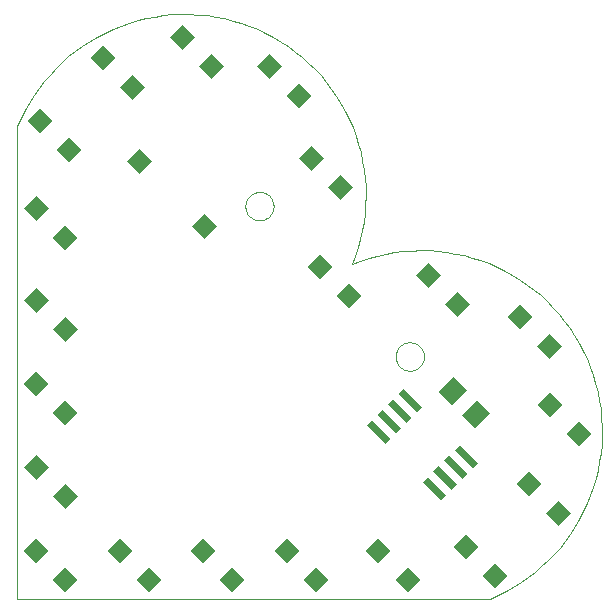
<source format=gbp>
G75*
G70*
%OFA0B0*%
%FSLAX24Y24*%
%IPPOS*%
%LPD*%
%AMOC8*
5,1,8,0,0,1.08239X$1,22.5*
%
%ADD10C,0.0000*%
%ADD11R,0.0591X0.0591*%
%ADD12R,0.0630X0.0709*%
%ADD13R,0.0240X0.0870*%
D10*
X009756Y010038D02*
X025504Y010038D01*
X025771Y010155D01*
X026032Y010285D01*
X026287Y010428D01*
X026534Y010582D01*
X026773Y010749D01*
X027005Y010927D01*
X027227Y011115D01*
X027440Y011315D01*
X027643Y011524D01*
X027835Y011743D01*
X028017Y011971D01*
X028188Y012207D01*
X028347Y012452D01*
X028494Y012704D01*
X028629Y012962D01*
X028751Y013227D01*
X028860Y013498D01*
X028956Y013773D01*
X029038Y014053D01*
X029107Y014336D01*
X029162Y014622D01*
X029203Y014911D01*
X029231Y015201D01*
X029244Y015493D01*
X029243Y015784D01*
X029228Y016076D01*
X029199Y016366D01*
X029156Y016654D01*
X029099Y016940D01*
X029028Y017223D01*
X028944Y017502D01*
X028846Y017777D01*
X028735Y018047D01*
X028611Y018311D01*
X028475Y018568D01*
X028326Y018819D01*
X028166Y019063D01*
X027994Y019298D01*
X027810Y019525D01*
X027616Y019743D01*
X027412Y019951D01*
X027198Y020148D01*
X026974Y020336D01*
X026742Y020512D01*
X026501Y020677D01*
X026253Y020830D01*
X025998Y020971D01*
X025736Y021099D01*
X025468Y021215D01*
X025195Y021317D01*
X024918Y021407D01*
X024636Y021482D01*
X024351Y021544D01*
X024063Y021592D01*
X023774Y021627D01*
X023483Y021647D01*
X023191Y021653D01*
X022900Y021645D01*
X022609Y021623D01*
X022320Y021587D01*
X022032Y021537D01*
X021748Y021473D01*
X021467Y021395D01*
X021190Y021304D01*
X020917Y021200D01*
X017357Y023123D02*
X017359Y023166D01*
X017365Y023208D01*
X017375Y023250D01*
X017388Y023291D01*
X017405Y023331D01*
X017426Y023368D01*
X017450Y023404D01*
X017477Y023437D01*
X017507Y023468D01*
X017540Y023496D01*
X017575Y023521D01*
X017612Y023542D01*
X017651Y023560D01*
X017691Y023574D01*
X017733Y023585D01*
X017775Y023592D01*
X017818Y023595D01*
X017861Y023594D01*
X017904Y023589D01*
X017946Y023580D01*
X017987Y023568D01*
X018027Y023552D01*
X018065Y023532D01*
X018101Y023509D01*
X018135Y023482D01*
X018167Y023453D01*
X018195Y023421D01*
X018221Y023386D01*
X018243Y023350D01*
X018262Y023311D01*
X018277Y023271D01*
X018289Y023230D01*
X018297Y023187D01*
X018301Y023144D01*
X018301Y023102D01*
X018297Y023059D01*
X018289Y023016D01*
X018277Y022975D01*
X018262Y022935D01*
X018243Y022896D01*
X018221Y022860D01*
X018195Y022825D01*
X018167Y022793D01*
X018135Y022764D01*
X018101Y022737D01*
X018065Y022714D01*
X018027Y022694D01*
X017987Y022678D01*
X017946Y022666D01*
X017904Y022657D01*
X017861Y022652D01*
X017818Y022651D01*
X017775Y022654D01*
X017733Y022661D01*
X017691Y022672D01*
X017651Y022686D01*
X017612Y022704D01*
X017575Y022725D01*
X017540Y022750D01*
X017507Y022778D01*
X017477Y022809D01*
X017450Y022842D01*
X017426Y022878D01*
X017405Y022915D01*
X017388Y022955D01*
X017375Y022996D01*
X017365Y023038D01*
X017359Y023080D01*
X017357Y023123D01*
X020918Y021199D02*
X021022Y021472D01*
X021113Y021749D01*
X021191Y022030D01*
X021255Y022314D01*
X021305Y022602D01*
X021341Y022891D01*
X021363Y023182D01*
X021371Y023473D01*
X021365Y023765D01*
X021345Y024056D01*
X021310Y024345D01*
X021262Y024633D01*
X021200Y024918D01*
X021125Y025200D01*
X021035Y025477D01*
X020933Y025750D01*
X020817Y026018D01*
X020689Y026280D01*
X020548Y026535D01*
X020395Y026783D01*
X020230Y027024D01*
X020054Y027256D01*
X019866Y027480D01*
X019669Y027694D01*
X019461Y027898D01*
X019243Y028092D01*
X019016Y028276D01*
X018781Y028448D01*
X018537Y028608D01*
X018286Y028757D01*
X018029Y028893D01*
X017765Y029017D01*
X017495Y029128D01*
X017220Y029226D01*
X016941Y029310D01*
X016658Y029381D01*
X016372Y029438D01*
X016084Y029481D01*
X015794Y029510D01*
X015502Y029525D01*
X015211Y029526D01*
X014919Y029513D01*
X014629Y029485D01*
X014340Y029444D01*
X014054Y029389D01*
X013771Y029320D01*
X013491Y029238D01*
X013216Y029142D01*
X012945Y029033D01*
X012680Y028911D01*
X012422Y028776D01*
X012170Y028629D01*
X011925Y028470D01*
X011689Y028299D01*
X011461Y028117D01*
X011242Y027925D01*
X011033Y027722D01*
X010833Y027509D01*
X010645Y027287D01*
X010467Y027055D01*
X010300Y026816D01*
X010146Y026569D01*
X010003Y026314D01*
X009873Y026053D01*
X009756Y025786D01*
X009756Y010038D01*
X022368Y018112D02*
X022370Y018155D01*
X022376Y018197D01*
X022386Y018239D01*
X022399Y018280D01*
X022416Y018320D01*
X022437Y018357D01*
X022461Y018393D01*
X022488Y018426D01*
X022518Y018457D01*
X022551Y018485D01*
X022586Y018510D01*
X022623Y018531D01*
X022662Y018549D01*
X022702Y018563D01*
X022744Y018574D01*
X022786Y018581D01*
X022829Y018584D01*
X022872Y018583D01*
X022915Y018578D01*
X022957Y018569D01*
X022998Y018557D01*
X023038Y018541D01*
X023076Y018521D01*
X023112Y018498D01*
X023146Y018471D01*
X023178Y018442D01*
X023206Y018410D01*
X023232Y018375D01*
X023254Y018339D01*
X023273Y018300D01*
X023288Y018260D01*
X023300Y018219D01*
X023308Y018176D01*
X023312Y018133D01*
X023312Y018091D01*
X023308Y018048D01*
X023300Y018005D01*
X023288Y017964D01*
X023273Y017924D01*
X023254Y017885D01*
X023232Y017849D01*
X023206Y017814D01*
X023178Y017782D01*
X023146Y017753D01*
X023112Y017726D01*
X023076Y017703D01*
X023038Y017683D01*
X022998Y017667D01*
X022957Y017655D01*
X022915Y017646D01*
X022872Y017641D01*
X022829Y017640D01*
X022786Y017643D01*
X022744Y017650D01*
X022702Y017661D01*
X022662Y017675D01*
X022623Y017693D01*
X022586Y017714D01*
X022551Y017739D01*
X022518Y017767D01*
X022488Y017798D01*
X022461Y017831D01*
X022437Y017867D01*
X022416Y017904D01*
X022399Y017944D01*
X022386Y017985D01*
X022376Y018027D01*
X022370Y018069D01*
X022368Y018112D01*
D11*
G36*
X020405Y020130D02*
X020822Y020547D01*
X021239Y020130D01*
X020822Y019713D01*
X020405Y020130D01*
G37*
G36*
X019431Y021104D02*
X019848Y021521D01*
X020265Y021104D01*
X019848Y020687D01*
X019431Y021104D01*
G37*
G36*
X020127Y023749D02*
X020544Y024166D01*
X020961Y023749D01*
X020544Y023332D01*
X020127Y023749D01*
G37*
G36*
X019152Y024723D02*
X019569Y025140D01*
X019986Y024723D01*
X019569Y024306D01*
X019152Y024723D01*
G37*
G36*
X018735Y026811D02*
X019152Y027228D01*
X019569Y026811D01*
X019152Y026394D01*
X018735Y026811D01*
G37*
G36*
X017760Y027786D02*
X018177Y028203D01*
X018594Y027786D01*
X018177Y027369D01*
X017760Y027786D01*
G37*
G36*
X015812Y027786D02*
X016229Y028203D01*
X016646Y027786D01*
X016229Y027369D01*
X015812Y027786D01*
G37*
G36*
X014837Y028760D02*
X015254Y029177D01*
X015671Y028760D01*
X015254Y028343D01*
X014837Y028760D01*
G37*
G36*
X013167Y027090D02*
X013584Y027507D01*
X014001Y027090D01*
X013584Y026673D01*
X013167Y027090D01*
G37*
G36*
X012193Y028064D02*
X012610Y028481D01*
X013027Y028064D01*
X012610Y027647D01*
X012193Y028064D01*
G37*
G36*
X010105Y025976D02*
X010522Y026393D01*
X010939Y025976D01*
X010522Y025559D01*
X010105Y025976D01*
G37*
G36*
X011079Y025002D02*
X011496Y025419D01*
X011913Y025002D01*
X011496Y024585D01*
X011079Y025002D01*
G37*
G36*
X009966Y023053D02*
X010383Y023470D01*
X010800Y023053D01*
X010383Y022636D01*
X009966Y023053D01*
G37*
G36*
X010940Y022079D02*
X011357Y022496D01*
X011774Y022079D01*
X011357Y021662D01*
X010940Y022079D01*
G37*
G36*
X009966Y019991D02*
X010383Y020408D01*
X010800Y019991D01*
X010383Y019574D01*
X009966Y019991D01*
G37*
G36*
X010940Y019016D02*
X011357Y019433D01*
X011774Y019016D01*
X011357Y018599D01*
X010940Y019016D01*
G37*
G36*
X009966Y017207D02*
X010383Y017624D01*
X010800Y017207D01*
X010383Y016790D01*
X009966Y017207D01*
G37*
G36*
X010940Y016233D02*
X011357Y016650D01*
X011774Y016233D01*
X011357Y015816D01*
X010940Y016233D01*
G37*
G36*
X009966Y014423D02*
X010383Y014840D01*
X010800Y014423D01*
X010383Y014006D01*
X009966Y014423D01*
G37*
G36*
X010940Y013449D02*
X011357Y013866D01*
X011774Y013449D01*
X011357Y013032D01*
X010940Y013449D01*
G37*
G36*
X009966Y011639D02*
X010383Y012056D01*
X010800Y011639D01*
X010383Y011222D01*
X009966Y011639D01*
G37*
G36*
X010940Y010665D02*
X011357Y011082D01*
X011774Y010665D01*
X011357Y010248D01*
X010940Y010665D01*
G37*
G36*
X012749Y011639D02*
X013166Y012056D01*
X013583Y011639D01*
X013166Y011222D01*
X012749Y011639D01*
G37*
G36*
X013724Y010665D02*
X014141Y011082D01*
X014558Y010665D01*
X014141Y010248D01*
X013724Y010665D01*
G37*
G36*
X015533Y011639D02*
X015950Y012056D01*
X016367Y011639D01*
X015950Y011222D01*
X015533Y011639D01*
G37*
G36*
X016508Y010665D02*
X016925Y011082D01*
X017342Y010665D01*
X016925Y010248D01*
X016508Y010665D01*
G37*
G36*
X018317Y011639D02*
X018734Y012056D01*
X019151Y011639D01*
X018734Y011222D01*
X018317Y011639D01*
G37*
G36*
X019292Y010665D02*
X019709Y011082D01*
X020126Y010665D01*
X019709Y010248D01*
X019292Y010665D01*
G37*
G36*
X021380Y011639D02*
X021797Y012056D01*
X022214Y011639D01*
X021797Y011222D01*
X021380Y011639D01*
G37*
G36*
X022354Y010665D02*
X022771Y011082D01*
X023188Y010665D01*
X022771Y010248D01*
X022354Y010665D01*
G37*
G36*
X024303Y011778D02*
X024720Y012195D01*
X025137Y011778D01*
X024720Y011361D01*
X024303Y011778D01*
G37*
G36*
X025277Y010804D02*
X025694Y011221D01*
X026111Y010804D01*
X025694Y010387D01*
X025277Y010804D01*
G37*
G36*
X027365Y012892D02*
X027782Y013309D01*
X028199Y012892D01*
X027782Y012475D01*
X027365Y012892D01*
G37*
G36*
X026391Y013866D02*
X026808Y014283D01*
X027225Y013866D01*
X026808Y013449D01*
X026391Y013866D01*
G37*
G36*
X028061Y015537D02*
X028478Y015954D01*
X028895Y015537D01*
X028478Y015120D01*
X028061Y015537D01*
G37*
G36*
X027086Y016511D02*
X027503Y016928D01*
X027920Y016511D01*
X027503Y016094D01*
X027086Y016511D01*
G37*
G36*
X027087Y018460D02*
X027504Y018877D01*
X027921Y018460D01*
X027504Y018043D01*
X027087Y018460D01*
G37*
G36*
X026112Y019434D02*
X026529Y019851D01*
X026946Y019434D01*
X026529Y019017D01*
X026112Y019434D01*
G37*
G36*
X024024Y019852D02*
X024441Y020269D01*
X024858Y019852D01*
X024441Y019435D01*
X024024Y019852D01*
G37*
G36*
X023050Y020826D02*
X023467Y021243D01*
X023884Y020826D01*
X023467Y020409D01*
X023050Y020826D01*
G37*
G36*
X015992Y022037D02*
X015575Y022454D01*
X015992Y022871D01*
X016409Y022454D01*
X015992Y022037D01*
G37*
G36*
X013821Y024209D02*
X013404Y024626D01*
X013821Y025043D01*
X014238Y024626D01*
X013821Y024209D01*
G37*
D12*
G36*
X024233Y016497D02*
X023787Y016943D01*
X024287Y017443D01*
X024733Y016997D01*
X024233Y016497D01*
G37*
G36*
X025013Y015718D02*
X024567Y016164D01*
X025067Y016664D01*
X025513Y016218D01*
X025013Y015718D01*
G37*
D13*
G36*
X024337Y015000D02*
X024507Y015170D01*
X025121Y014556D01*
X024951Y014386D01*
X024337Y015000D01*
G37*
G36*
X023983Y014647D02*
X024153Y014817D01*
X024767Y014203D01*
X024597Y014033D01*
X023983Y014647D01*
G37*
G36*
X023630Y014293D02*
X023800Y014463D01*
X024414Y013849D01*
X024244Y013679D01*
X023630Y014293D01*
G37*
G36*
X023276Y013940D02*
X023446Y014110D01*
X024060Y013496D01*
X023890Y013326D01*
X023276Y013940D01*
G37*
G36*
X021402Y015814D02*
X021572Y015984D01*
X022186Y015370D01*
X022016Y015200D01*
X021402Y015814D01*
G37*
G36*
X021756Y016167D02*
X021926Y016337D01*
X022540Y015723D01*
X022370Y015553D01*
X021756Y016167D01*
G37*
G36*
X022109Y016521D02*
X022279Y016691D01*
X022893Y016077D01*
X022723Y015907D01*
X022109Y016521D01*
G37*
G36*
X022463Y016874D02*
X022633Y017044D01*
X023247Y016430D01*
X023077Y016260D01*
X022463Y016874D01*
G37*
M02*

</source>
